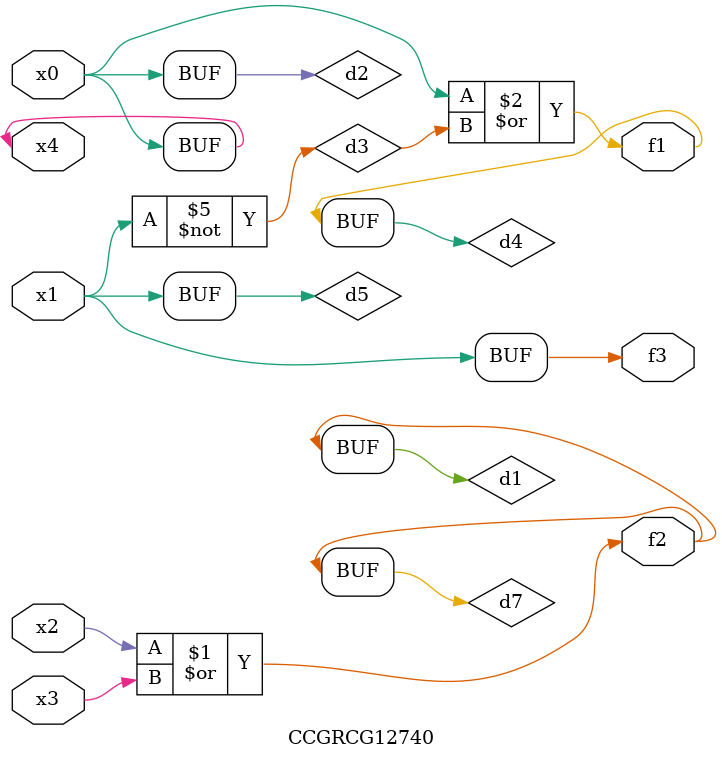
<source format=v>
module CCGRCG12740(
	input x0, x1, x2, x3, x4,
	output f1, f2, f3
);

	wire d1, d2, d3, d4, d5, d6, d7;

	or (d1, x2, x3);
	buf (d2, x0, x4);
	not (d3, x1);
	or (d4, d2, d3);
	not (d5, d3);
	nand (d6, d1, d3);
	or (d7, d1);
	assign f1 = d4;
	assign f2 = d7;
	assign f3 = d5;
endmodule

</source>
